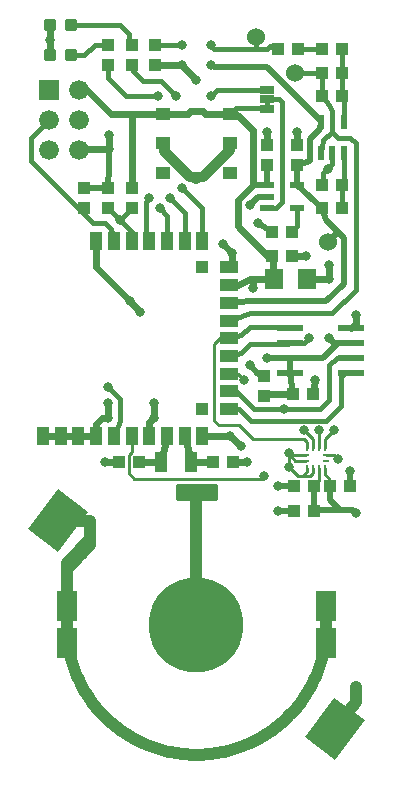
<source format=gbr>
G75*
%MOIN*%
%OFA0B0*%
%FSLAX25Y25*%
%IPPOS*%
%LPD*%
%AMOC8*
5,1,8,0,0,1.08239X$1,22.5*
%
%ADD10C,0.01181*%
%ADD11R,0.04331X0.03937*%
%ADD12R,0.07000X0.10000*%
%ADD13C,0.31496*%
%ADD14R,0.06299X0.07087*%
%ADD15R,0.03937X0.04331*%
%ADD16R,0.04724X0.02165*%
%ADD17R,0.04331X0.06693*%
%ADD18R,0.05000X0.02500*%
%ADD19C,0.01600*%
%ADD20R,0.03937X0.05906*%
%ADD21R,0.05906X0.03937*%
%ADD22R,0.03937X0.03937*%
%ADD23R,0.02165X0.04724*%
%ADD24C,0.03150*%
%ADD25R,0.06600X0.06600*%
%ADD26C,0.06600*%
%ADD27C,0.06000*%
%ADD28R,0.12598X0.16535*%
%ADD29R,0.08661X0.02362*%
%ADD30R,0.04528X0.03937*%
%ADD31R,0.00984X0.01969*%
%ADD32R,0.01969X0.00984*%
%ADD33C,0.04000*%
%ADD34C,0.03169*%
%ADD35C,0.02400*%
%ADD36C,0.02000*%
%ADD37C,0.01000*%
%ADD38C,0.03562*%
%ADD39C,0.03200*%
%ADD40C,0.00800*%
D10*
X0011705Y0239567D02*
X0011705Y0236811D01*
X0008949Y0236811D01*
X0008949Y0239567D01*
X0011705Y0239567D01*
X0011705Y0237991D02*
X0008949Y0237991D01*
X0008949Y0239171D02*
X0011705Y0239171D01*
X0018610Y0239567D02*
X0018610Y0236811D01*
X0015854Y0236811D01*
X0015854Y0239567D01*
X0018610Y0239567D01*
X0018610Y0237991D02*
X0015854Y0237991D01*
X0015854Y0239171D02*
X0018610Y0239171D01*
X0011705Y0249409D02*
X0011705Y0246653D01*
X0008949Y0246653D01*
X0008949Y0249409D01*
X0011705Y0249409D01*
X0011705Y0247833D02*
X0008949Y0247833D01*
X0008949Y0249013D02*
X0011705Y0249013D01*
X0018610Y0249409D02*
X0018610Y0246653D01*
X0015854Y0246653D01*
X0015854Y0249409D01*
X0018610Y0249409D01*
X0018610Y0247833D02*
X0015854Y0247833D01*
X0015854Y0249013D02*
X0018610Y0249013D01*
D11*
X0029528Y0241535D03*
X0029528Y0234843D03*
X0037402Y0241535D03*
X0037402Y0234843D03*
X0107677Y0232283D03*
X0100984Y0232283D03*
X0091142Y0125000D03*
X0097835Y0125000D03*
X0039764Y0102362D03*
X0033071Y0102362D03*
X0064567Y0102362D03*
X0071260Y0102362D03*
X0084252Y0179134D03*
X0090945Y0179134D03*
X0086220Y0240157D03*
X0092913Y0240157D03*
X0021654Y0187106D03*
X0021654Y0193799D03*
X0084252Y0171260D03*
X0090945Y0171260D03*
X0037402Y0187106D03*
X0037402Y0193799D03*
X0098327Y0094488D03*
X0091634Y0094488D03*
X0098327Y0086122D03*
X0091634Y0086122D03*
X0103445Y0094488D03*
X0110138Y0094488D03*
D12*
X0015748Y0054331D03*
X0102362Y0054331D03*
X0015748Y0042126D03*
X0102362Y0042126D03*
D13*
X0059055Y0048228D03*
D14*
X0085039Y0163386D03*
X0096063Y0163386D03*
D15*
X0082677Y0201378D03*
X0082677Y0208071D03*
X0092520Y0201378D03*
X0092520Y0208071D03*
X0100984Y0187008D03*
X0107677Y0187008D03*
X0045276Y0234843D03*
X0045276Y0241535D03*
X0100984Y0194882D03*
X0107677Y0194882D03*
X0107677Y0240157D03*
X0100984Y0240157D03*
X0107677Y0224409D03*
X0100984Y0224409D03*
X0029528Y0193799D03*
X0029528Y0187106D03*
X0081693Y0124606D03*
X0081693Y0131299D03*
D16*
X0082480Y0194685D03*
X0082480Y0190945D03*
X0082480Y0187205D03*
X0092717Y0187205D03*
X0092717Y0194685D03*
D17*
X0057087Y0102362D03*
X0047244Y0102362D03*
D18*
X0082677Y0226625D03*
X0082677Y0223425D03*
X0082677Y0220225D03*
D19*
X0082677Y0220925D02*
X0082677Y0223425D01*
X0052791Y0094608D02*
X0065319Y0094608D01*
X0065319Y0090432D01*
X0052791Y0090432D01*
X0052791Y0094608D01*
X0052791Y0091115D02*
X0065319Y0091115D01*
X0065319Y0092714D02*
X0052791Y0092714D01*
X0052791Y0094312D02*
X0065319Y0094312D01*
X0069882Y0167323D02*
X0070866Y0169291D01*
X0104331Y0205512D02*
X0104331Y0201772D01*
X0102854Y0200295D01*
X0101378Y0198819D01*
X0101378Y0196850D01*
X0100984Y0194882D01*
X0082677Y0220225D02*
X0080709Y0220472D01*
X0070177Y0218504D02*
X0072146Y0220472D01*
X0080709Y0220472D01*
X0069882Y0137795D02*
X0073819Y0138780D01*
X0076772Y0141732D01*
X0090157Y0142264D02*
X0089626Y0141732D01*
X0076772Y0141732D01*
X0090157Y0142264D02*
X0095020Y0142264D01*
X0096457Y0143701D01*
X0100984Y0224409D02*
X0100984Y0232283D01*
X0069882Y0149606D02*
X0076772Y0152067D01*
X0104331Y0152067D01*
X0112205Y0159941D01*
X0112205Y0208661D01*
X0100984Y0224409D02*
X0103346Y0221457D01*
X0104331Y0219488D01*
X0104331Y0212598D01*
X0101378Y0209646D01*
X0100591Y0205512D01*
X0112205Y0208661D02*
X0110236Y0210630D01*
X0106299Y0210630D01*
X0104331Y0212598D01*
X0100984Y0232283D02*
X0092028Y0232283D01*
X0037402Y0241535D02*
X0036417Y0243602D01*
X0036417Y0245079D01*
X0033465Y0248031D01*
X0017232Y0248031D01*
X0017232Y0238189D02*
X0021654Y0238189D01*
X0025098Y0241634D01*
X0027067Y0241634D01*
X0029528Y0241535D01*
X0087598Y0222441D02*
X0087598Y0188976D01*
X0082480Y0187205D02*
X0085630Y0187008D01*
X0087598Y0188976D01*
X0087598Y0222441D02*
X0086614Y0223425D01*
X0082677Y0223425D01*
X0029528Y0127461D02*
X0033465Y0123524D01*
X0063976Y0224409D02*
X0065945Y0226378D01*
X0079724Y0226378D01*
X0082677Y0226625D01*
X0033465Y0123524D02*
X0033465Y0116142D01*
X0031496Y0111220D01*
X0069882Y0143701D02*
X0073819Y0144685D01*
X0076772Y0147638D01*
X0089783Y0147638D01*
X0090157Y0147264D01*
X0072343Y0125984D02*
X0078248Y0120079D01*
X0103346Y0123031D02*
X0103346Y0134843D01*
X0105768Y0137264D01*
X0103346Y0123031D02*
X0100394Y0120079D01*
X0078255Y0120079D02*
X0088091Y0120079D01*
X0100394Y0120079D01*
X0072343Y0125984D02*
X0069882Y0125984D01*
X0105768Y0137264D02*
X0110630Y0137264D01*
X0046752Y0187008D02*
X0049213Y0184547D01*
X0049213Y0176181D01*
X0009764Y0216535D02*
X0003937Y0210630D01*
X0003937Y0202756D01*
X0030512Y0180118D02*
X0031496Y0176181D01*
X0003937Y0202756D02*
X0019685Y0187008D01*
X0021654Y0187106D01*
X0024606Y0182087D02*
X0028543Y0182087D01*
X0030512Y0180118D01*
X0021654Y0187106D02*
X0021161Y0185531D01*
X0024606Y0182087D01*
X0043307Y0190453D02*
X0042323Y0188976D01*
X0042323Y0177657D01*
X0043307Y0176181D01*
X0033465Y0183071D02*
X0037402Y0179134D01*
X0037402Y0176181D01*
X0037402Y0187106D02*
X0033465Y0183071D01*
X0029528Y0187106D01*
X0092717Y0187205D02*
X0092520Y0186024D01*
X0092520Y0181102D01*
X0090945Y0179134D01*
X0054213Y0241535D02*
X0045276Y0241535D01*
X0108071Y0205512D02*
X0108268Y0202756D01*
X0108268Y0196850D01*
X0107677Y0194882D01*
X0107677Y0187008D01*
X0063898Y0241535D02*
X0064961Y0240157D01*
X0078740Y0240157D01*
X0082677Y0240157D01*
X0083661Y0241142D01*
X0086220Y0240157D01*
X0078740Y0240157D02*
X0078740Y0244094D01*
X0092913Y0240157D02*
X0100984Y0240157D01*
X0107677Y0240157D02*
X0107677Y0232283D01*
X0107677Y0224409D01*
X0108071Y0215748D02*
X0108268Y0216535D01*
X0108268Y0222441D01*
X0107677Y0224409D01*
X0055118Y0176181D02*
X0055118Y0185531D01*
X0050197Y0190453D01*
X0046260Y0224409D02*
X0035433Y0224409D01*
X0029528Y0230315D01*
X0029528Y0234843D01*
X0041339Y0229331D02*
X0047244Y0229331D01*
X0052165Y0224409D01*
X0061024Y0176181D02*
X0061024Y0187008D01*
X0054134Y0193898D01*
X0041339Y0229331D02*
X0037894Y0232776D01*
X0037402Y0234843D01*
X0073327Y0120079D02*
X0077264Y0116142D01*
X0107283Y0130906D02*
X0107283Y0121063D01*
X0102362Y0116142D01*
X0077264Y0116142D01*
X0073327Y0120079D02*
X0069882Y0120079D01*
X0110630Y0132264D02*
X0108642Y0132264D01*
X0107283Y0130906D01*
D20*
X0007874Y0111220D03*
X0013780Y0111220D03*
X0019685Y0111220D03*
X0025591Y0111220D03*
X0031496Y0111220D03*
X0037402Y0111220D03*
X0043307Y0111220D03*
X0049213Y0111220D03*
X0055118Y0111220D03*
X0061024Y0111220D03*
X0061024Y0176181D03*
X0055118Y0176181D03*
X0049213Y0176181D03*
X0043307Y0176181D03*
X0037402Y0176181D03*
X0031496Y0176181D03*
X0025591Y0176181D03*
D21*
X0069882Y0120079D03*
X0069882Y0125984D03*
X0069882Y0131890D03*
X0069882Y0137795D03*
X0069882Y0143701D03*
X0069882Y0149606D03*
X0069882Y0155512D03*
X0069882Y0161417D03*
X0069882Y0167323D03*
D22*
X0061024Y0120079D03*
X0061024Y0167323D03*
D23*
X0100591Y0205512D03*
X0104331Y0205512D03*
X0108071Y0205512D03*
X0108071Y0215748D03*
X0100591Y0215748D03*
D24*
X0063898Y0241535D03*
X0063898Y0234843D03*
X0054213Y0241535D03*
X0054213Y0234843D03*
D25*
X0009764Y0226535D03*
D26*
X0019764Y0226535D03*
X0009764Y0216535D03*
X0019764Y0216535D03*
X0009764Y0206535D03*
X0019764Y0206535D03*
D27*
X0078740Y0244094D03*
X0092028Y0232283D03*
X0102854Y0175689D03*
D28*
G36*
X0013047Y0072546D02*
X0002987Y0080128D01*
X0012937Y0093332D01*
X0022997Y0085750D01*
X0013047Y0072546D01*
G37*
G36*
X0105173Y0003124D02*
X0095113Y0010706D01*
X0105063Y0023910D01*
X0115123Y0016328D01*
X0105173Y0003124D01*
G37*
D29*
X0110630Y0137264D03*
X0090157Y0137264D03*
X0110630Y0132264D03*
X0110630Y0142264D03*
X0110630Y0147264D03*
X0090157Y0132264D03*
X0090157Y0142264D03*
X0090157Y0147264D03*
D30*
X0070177Y0198819D03*
X0070177Y0208661D03*
X0070177Y0218504D03*
X0047933Y0198819D03*
X0047933Y0208661D03*
X0047933Y0218504D03*
D31*
X0101870Y0107283D03*
X0099902Y0107283D03*
X0097933Y0107283D03*
X0095965Y0107283D03*
X0095965Y0100394D03*
X0097933Y0100394D03*
X0099902Y0100394D03*
X0101870Y0100394D03*
D32*
X0095472Y0104823D03*
X0102362Y0102854D03*
X0102362Y0104823D03*
X0095472Y0102854D03*
D33*
X0059055Y0092520D02*
X0059055Y0048228D01*
X0105118Y0013517D02*
X0112205Y0022638D01*
X0112205Y0027559D01*
X0015748Y0068898D02*
X0023622Y0076772D01*
X0023622Y0074803D01*
X0015748Y0066929D01*
X0015748Y0068898D01*
X0015748Y0067975D02*
X0016794Y0067975D01*
X0018824Y0071973D02*
X0020792Y0071973D01*
X0022822Y0075972D02*
X0023622Y0075972D01*
X0015748Y0054331D02*
X0015748Y0048228D01*
X0015761Y0047182D01*
X0015799Y0046136D01*
X0015862Y0045091D01*
X0015950Y0044048D01*
X0016064Y0043008D01*
X0016202Y0041971D01*
X0016366Y0040937D01*
X0016555Y0039908D01*
X0016768Y0038883D01*
X0017006Y0037864D01*
X0017269Y0036851D01*
X0017556Y0035845D01*
X0017868Y0034845D01*
X0018203Y0033854D01*
X0018562Y0032871D01*
X0018945Y0031897D01*
X0019351Y0030933D01*
X0019781Y0029978D01*
X0020233Y0029035D01*
X0020709Y0028102D01*
X0021206Y0027182D01*
X0021726Y0026273D01*
X0022267Y0025377D01*
X0022830Y0024495D01*
X0023414Y0023627D01*
X0024019Y0022773D01*
X0024644Y0021934D01*
X0025290Y0021110D01*
X0025955Y0020302D01*
X0026639Y0019510D01*
X0027343Y0018735D01*
X0028065Y0017978D01*
X0028805Y0017238D01*
X0029562Y0016516D01*
X0030337Y0015812D01*
X0031129Y0015128D01*
X0031937Y0014463D01*
X0032761Y0013817D01*
X0033600Y0013192D01*
X0034454Y0012587D01*
X0035322Y0012003D01*
X0036204Y0011440D01*
X0037100Y0010899D01*
X0038009Y0010379D01*
X0038929Y0009882D01*
X0039862Y0009406D01*
X0040805Y0008954D01*
X0041760Y0008524D01*
X0042724Y0008118D01*
X0043698Y0007735D01*
X0044681Y0007376D01*
X0045672Y0007041D01*
X0046672Y0006729D01*
X0047678Y0006442D01*
X0048691Y0006179D01*
X0049710Y0005941D01*
X0050735Y0005728D01*
X0051764Y0005539D01*
X0052798Y0005375D01*
X0053835Y0005237D01*
X0054875Y0005123D01*
X0055918Y0005035D01*
X0056963Y0004972D01*
X0058009Y0004934D01*
X0059055Y0004921D01*
X0060101Y0004934D01*
X0061147Y0004972D01*
X0062192Y0005035D01*
X0063235Y0005123D01*
X0064275Y0005237D01*
X0065312Y0005375D01*
X0066346Y0005539D01*
X0067375Y0005728D01*
X0068400Y0005941D01*
X0069419Y0006179D01*
X0070432Y0006442D01*
X0071438Y0006729D01*
X0072438Y0007041D01*
X0073429Y0007376D01*
X0074412Y0007735D01*
X0075386Y0008118D01*
X0076350Y0008524D01*
X0077305Y0008954D01*
X0078248Y0009406D01*
X0079181Y0009882D01*
X0080101Y0010379D01*
X0081010Y0010899D01*
X0081906Y0011440D01*
X0082788Y0012003D01*
X0083656Y0012587D01*
X0084510Y0013192D01*
X0085349Y0013817D01*
X0086173Y0014463D01*
X0086981Y0015128D01*
X0087773Y0015812D01*
X0088548Y0016516D01*
X0089305Y0017238D01*
X0090045Y0017978D01*
X0090767Y0018735D01*
X0091471Y0019510D01*
X0092155Y0020302D01*
X0092820Y0021110D01*
X0093466Y0021934D01*
X0094091Y0022773D01*
X0094696Y0023627D01*
X0095280Y0024495D01*
X0095843Y0025377D01*
X0096384Y0026273D01*
X0096904Y0027182D01*
X0097401Y0028102D01*
X0097877Y0029035D01*
X0098329Y0029978D01*
X0098759Y0030933D01*
X0099165Y0031897D01*
X0099548Y0032871D01*
X0099907Y0033854D01*
X0100242Y0034845D01*
X0100554Y0035845D01*
X0100841Y0036851D01*
X0101104Y0037864D01*
X0101342Y0038883D01*
X0101555Y0039908D01*
X0101744Y0040937D01*
X0101908Y0041971D01*
X0102046Y0043008D01*
X0102160Y0044048D01*
X0102248Y0045091D01*
X0102311Y0046136D01*
X0102349Y0047182D01*
X0102362Y0048228D01*
X0102362Y0054331D01*
X0102362Y0048228D02*
X0102362Y0042126D01*
X0015748Y0054331D02*
X0015748Y0067913D01*
X0015748Y0067914D02*
X0015810Y0067916D01*
X0015871Y0067922D01*
X0015932Y0067931D01*
X0015993Y0067945D01*
X0016052Y0067962D01*
X0016110Y0067983D01*
X0016167Y0068008D01*
X0016222Y0068036D01*
X0016275Y0068067D01*
X0016326Y0068102D01*
X0016375Y0068140D01*
X0016422Y0068181D01*
X0016465Y0068224D01*
X0016506Y0068271D01*
X0016544Y0068320D01*
X0016579Y0068371D01*
X0016610Y0068424D01*
X0016638Y0068479D01*
X0016663Y0068536D01*
X0016684Y0068594D01*
X0016701Y0068653D01*
X0016715Y0068714D01*
X0016724Y0068775D01*
X0016730Y0068836D01*
X0016732Y0068898D01*
X0015748Y0054331D02*
X0015748Y0042126D01*
X0015748Y0067913D02*
X0016732Y0068898D01*
X0012992Y0082939D02*
X0023622Y0082677D01*
X0023622Y0076772D01*
D34*
X0059055Y0092520D03*
X0063231Y0092520D03*
X0054879Y0092520D03*
X0028543Y0102362D03*
X0075787Y0102362D03*
X0067913Y0175197D03*
X0070866Y0172244D03*
X0029528Y0122047D03*
X0029528Y0117126D03*
X0040354Y0152559D03*
X0059055Y0229823D03*
X0036909Y0156004D03*
X0010335Y0243110D03*
X0044783Y0122047D03*
X0044783Y0117126D03*
X0073819Y0107776D03*
X0070374Y0111220D03*
X0102854Y0200295D03*
X0082677Y0212598D03*
X0092520Y0212598D03*
X0112205Y0027559D03*
X0112205Y0022638D03*
X0076772Y0187992D03*
X0079724Y0182087D03*
X0095472Y0171260D03*
X0103346Y0163386D03*
X0103346Y0168307D03*
X0098425Y0129921D03*
X0076772Y0134843D03*
X0030020Y0206693D03*
X0030020Y0211614D03*
X0112205Y0151575D03*
X0110236Y0099409D03*
X0086122Y0086122D03*
X0086122Y0094488D03*
X0090059Y0105315D03*
X0090059Y0100886D03*
X0082677Y0137303D03*
X0077756Y0160433D03*
X0112205Y0085630D03*
X0103346Y0143701D03*
X0096457Y0143701D03*
X0104823Y0113189D03*
X0063976Y0224409D03*
X0029528Y0127461D03*
X0016732Y0068898D03*
X0019685Y0071850D03*
X0022638Y0074803D03*
X0094980Y0113157D03*
X0088091Y0120079D03*
X0046752Y0187008D03*
X0043307Y0190453D03*
X0033465Y0183071D03*
X0046260Y0224409D03*
X0050197Y0190453D03*
X0052165Y0224409D03*
X0054134Y0193898D03*
X0106299Y0103346D03*
X0081693Y0097933D03*
X0074803Y0129921D03*
X0099902Y0113157D03*
D35*
X0033071Y0102362D02*
X0028543Y0102362D01*
X0043307Y0111220D02*
X0043307Y0115650D01*
X0044783Y0117126D01*
X0044783Y0122047D01*
X0071260Y0102362D02*
X0075787Y0102362D01*
X0025591Y0111220D02*
X0019685Y0111220D01*
X0007874Y0111220D02*
X0013780Y0111220D01*
X0019685Y0111220D01*
X0070866Y0169291D02*
X0070866Y0172244D01*
X0067913Y0175197D01*
X0025591Y0111220D02*
X0025591Y0115157D01*
X0027559Y0117126D01*
X0029528Y0117126D01*
X0029528Y0122047D01*
X0025591Y0176181D02*
X0025591Y0167323D01*
X0036909Y0156004D01*
X0040354Y0152559D01*
X0059055Y0229823D02*
X0054213Y0234843D01*
X0045276Y0234843D01*
X0010327Y0248031D02*
X0010327Y0243110D01*
X0010327Y0238189D01*
X0010335Y0243110D02*
X0010327Y0243110D01*
X0061024Y0111220D02*
X0070374Y0111220D01*
X0073819Y0107776D01*
X0082677Y0208071D02*
X0082677Y0212598D01*
X0092520Y0212598D02*
X0092520Y0208071D01*
X0096063Y0163386D02*
X0103346Y0163386D01*
X0103346Y0168307D01*
X0095472Y0171260D02*
X0090945Y0171260D01*
X0098425Y0129921D02*
X0097835Y0125000D01*
X0030020Y0206693D02*
X0030020Y0211614D01*
X0019764Y0206535D02*
X0021654Y0206693D01*
X0030020Y0206693D01*
X0110630Y0147146D02*
X0110630Y0147264D01*
X0112205Y0148839D01*
X0112205Y0151575D01*
X0072835Y0181102D02*
X0072835Y0189961D01*
X0077756Y0194882D02*
X0077756Y0213091D01*
X0022638Y0226378D02*
X0019764Y0226535D01*
X0037402Y0218504D02*
X0030512Y0218504D01*
X0022638Y0226378D01*
X0072835Y0189961D02*
X0077756Y0194882D01*
X0072835Y0181102D02*
X0082677Y0171260D01*
X0084252Y0171260D01*
X0084646Y0168307D01*
X0084646Y0163386D01*
X0085039Y0163386D01*
X0069882Y0161417D02*
X0072835Y0161417D01*
X0076772Y0163386D01*
X0077756Y0163386D01*
X0085039Y0163386D01*
X0077756Y0163386D02*
X0077756Y0160433D01*
X0091142Y0125000D02*
X0083169Y0125000D01*
X0081693Y0124606D01*
X0037402Y0193799D02*
X0037402Y0218504D01*
X0047933Y0218504D01*
X0070177Y0218504D02*
X0072343Y0218504D01*
X0077756Y0213091D01*
X0047933Y0218504D02*
X0056100Y0218504D01*
X0057037Y0219440D01*
X0061074Y0219440D01*
X0062010Y0218504D01*
X0070177Y0218504D01*
X0048228Y0208661D02*
X0047933Y0208661D01*
X0059055Y0196850D02*
X0060087Y0197883D01*
X0049213Y0111220D02*
X0047244Y0102362D01*
X0039764Y0102362D01*
X0055118Y0111220D02*
X0057087Y0102362D01*
X0064567Y0102362D01*
D36*
X0082480Y0190945D02*
X0079724Y0190945D01*
X0076772Y0187992D01*
X0079724Y0182087D02*
X0084252Y0179134D01*
X0081693Y0131299D02*
X0079724Y0131890D01*
X0076772Y0134843D01*
X0030020Y0206693D02*
X0030020Y0200787D01*
X0029528Y0193799D01*
X0021654Y0193799D01*
X0086122Y0086122D02*
X0091634Y0086122D01*
X0091634Y0094488D02*
X0086122Y0094488D01*
X0110236Y0099409D02*
X0110138Y0099311D01*
X0110138Y0094488D01*
X0082677Y0201378D02*
X0082480Y0194685D01*
X0077756Y0194882D01*
X0091142Y0125000D02*
X0090157Y0132264D01*
X0090157Y0137264D01*
X0082677Y0137303D01*
X0090157Y0137264D02*
X0097894Y0137264D01*
X0110630Y0142264D02*
X0110591Y0142224D01*
X0106299Y0142224D01*
X0101378Y0137303D01*
X0097933Y0137303D01*
X0097894Y0137264D01*
X0110630Y0142264D02*
X0104783Y0142264D01*
X0103346Y0143701D01*
X0111220Y0086614D02*
X0112205Y0085630D01*
X0098819Y0086614D02*
X0098327Y0086122D01*
X0111220Y0086614D02*
X0106791Y0086614D01*
X0098819Y0086614D01*
X0103445Y0094488D02*
X0103445Y0089961D01*
X0106791Y0086614D01*
X0098327Y0094488D02*
X0098327Y0087106D01*
X0098819Y0086614D01*
X0100394Y0216535D02*
X0082677Y0234252D01*
X0064961Y0234252D01*
X0063898Y0234843D01*
X0108268Y0177165D02*
X0108268Y0161909D01*
X0102362Y0156004D01*
X0076772Y0156004D01*
X0069882Y0155512D01*
X0096949Y0202756D02*
X0096949Y0210138D01*
X0092717Y0194685D02*
X0100984Y0187008D01*
X0102362Y0183071D01*
X0106299Y0179134D01*
X0108268Y0177165D01*
X0092717Y0194685D02*
X0092520Y0201378D01*
X0096949Y0202756D01*
X0096949Y0210138D02*
X0100394Y0213583D01*
X0100394Y0216535D02*
X0100591Y0215748D01*
X0100394Y0213583D01*
X0106299Y0179134D02*
X0102854Y0175689D01*
D37*
X0097933Y0100394D02*
X0097933Y0098917D01*
X0096949Y0097933D01*
X0094488Y0097933D01*
X0093012Y0097933D01*
X0095965Y0100394D02*
X0095965Y0099409D01*
X0094488Y0097933D01*
X0095472Y0102854D02*
X0092028Y0102854D01*
X0090059Y0100886D02*
X0093012Y0097933D01*
X0095472Y0104823D02*
X0090551Y0104823D01*
X0090059Y0105315D01*
X0092028Y0102854D02*
X0090551Y0104331D01*
X0090551Y0104823D01*
X0090059Y0105315D02*
X0090059Y0100886D01*
X0101870Y0100394D02*
X0101870Y0098425D01*
X0103346Y0096949D01*
X0103346Y0094587D01*
X0103445Y0094488D01*
X0099902Y0100394D02*
X0099902Y0096063D01*
X0098327Y0094488D01*
X0104823Y0113189D02*
X0101870Y0110236D01*
X0101870Y0107283D01*
X0069882Y0143701D02*
X0066929Y0143701D01*
X0064961Y0141732D01*
X0064961Y0116142D02*
X0066437Y0114665D01*
X0068406Y0114665D01*
X0068898Y0114665D01*
X0064961Y0116142D02*
X0064961Y0141732D01*
X0068898Y0114665D02*
X0073327Y0114665D01*
X0077756Y0110236D01*
X0094980Y0110236D02*
X0095965Y0109252D01*
X0095965Y0107283D01*
X0094980Y0110236D02*
X0077756Y0110236D01*
X0094980Y0113157D02*
X0097933Y0110205D01*
X0097933Y0107283D01*
X0102362Y0104823D02*
X0104823Y0104823D01*
X0106299Y0103346D01*
X0037402Y0111220D02*
X0037402Y0105689D01*
X0036498Y0104786D01*
X0036498Y0098836D01*
X0038386Y0096949D01*
X0080709Y0096949D01*
X0081693Y0097933D01*
X0069882Y0131890D02*
X0072835Y0131890D01*
X0074803Y0129921D01*
X0099902Y0113157D02*
X0099902Y0107283D01*
D38*
X0059055Y0196850D03*
D39*
X0058423Y0197483D01*
X0056871Y0197483D01*
X0048228Y0206125D01*
X0048228Y0208661D01*
X0059055Y0196850D02*
X0059687Y0197483D01*
X0061239Y0197483D01*
X0070177Y0206420D01*
X0070177Y0208661D01*
D40*
X0078248Y0120079D02*
X0078255Y0120079D01*
M02*

</source>
